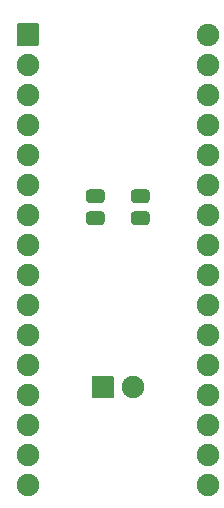
<source format=gbs>
G04 #@! TF.GenerationSoftware,KiCad,Pcbnew,5.1.7-a382d34a8~87~ubuntu18.04.1*
G04 #@! TF.CreationDate,2020-10-26T15:35:19+00:00*
G04 #@! TF.ProjectId,ram_adapter_4l,72616d5f-6164-4617-9074-65725f346c2e,rev?*
G04 #@! TF.SameCoordinates,Original*
G04 #@! TF.FileFunction,Soldermask,Bot*
G04 #@! TF.FilePolarity,Negative*
%FSLAX46Y46*%
G04 Gerber Fmt 4.6, Leading zero omitted, Abs format (unit mm)*
G04 Created by KiCad (PCBNEW 5.1.7-a382d34a8~87~ubuntu18.04.1) date 2020-10-26 15:35:19*
%MOMM*%
%LPD*%
G01*
G04 APERTURE LIST*
%ADD10O,1.900000X1.900000*%
%ADD11C,1.900000*%
G04 APERTURE END LIST*
D10*
X97790000Y-95885000D03*
G36*
G01*
X96100000Y-96835000D02*
X94400000Y-96835000D01*
G75*
G02*
X94300000Y-96735000I0J100000D01*
G01*
X94300000Y-95035000D01*
G75*
G02*
X94400000Y-94935000I100000J0D01*
G01*
X96100000Y-94935000D01*
G75*
G02*
X96200000Y-95035000I0J-100000D01*
G01*
X96200000Y-96735000D01*
G75*
G02*
X96100000Y-96835000I-100000J0D01*
G01*
G37*
X104140000Y-104140000D03*
X104140000Y-101600000D03*
X104140000Y-99060000D03*
X104140000Y-96520000D03*
X104140000Y-93980000D03*
X104140000Y-91440000D03*
X104140000Y-88900000D03*
X104140000Y-86360000D03*
X104140000Y-83820000D03*
X104140000Y-81280000D03*
X104140000Y-78740000D03*
X104140000Y-76200000D03*
X104140000Y-73660000D03*
X104140000Y-71120000D03*
X104140000Y-68580000D03*
D11*
X104140000Y-66040000D03*
D10*
X88900000Y-104140000D03*
X88900000Y-101600000D03*
X88900000Y-99060000D03*
X88900000Y-96520000D03*
X88900000Y-93980000D03*
X88900000Y-91440000D03*
X88900000Y-88900000D03*
X88900000Y-86360000D03*
X88900000Y-83820000D03*
X88900000Y-81280000D03*
X88900000Y-78740000D03*
X88900000Y-76200000D03*
X88900000Y-73660000D03*
X88900000Y-71120000D03*
X88900000Y-68580000D03*
G36*
G01*
X89850000Y-65190000D02*
X89850000Y-66890000D01*
G75*
G02*
X89750000Y-66990000I-100000J0D01*
G01*
X88050000Y-66990000D01*
G75*
G02*
X87950000Y-66890000I0J100000D01*
G01*
X87950000Y-65190000D01*
G75*
G02*
X88050000Y-65090000I100000J0D01*
G01*
X89750000Y-65090000D01*
G75*
G02*
X89850000Y-65190000I0J-100000D01*
G01*
G37*
G36*
G01*
X98931250Y-80295000D02*
X97918750Y-80295000D01*
G75*
G02*
X97625000Y-80001250I0J293750D01*
G01*
X97625000Y-79413750D01*
G75*
G02*
X97918750Y-79120000I293750J0D01*
G01*
X98931250Y-79120000D01*
G75*
G02*
X99225000Y-79413750I0J-293750D01*
G01*
X99225000Y-80001250D01*
G75*
G02*
X98931250Y-80295000I-293750J0D01*
G01*
G37*
G36*
G01*
X98931250Y-82170000D02*
X97918750Y-82170000D01*
G75*
G02*
X97625000Y-81876250I0J293750D01*
G01*
X97625000Y-81288750D01*
G75*
G02*
X97918750Y-80995000I293750J0D01*
G01*
X98931250Y-80995000D01*
G75*
G02*
X99225000Y-81288750I0J-293750D01*
G01*
X99225000Y-81876250D01*
G75*
G02*
X98931250Y-82170000I-293750J0D01*
G01*
G37*
G36*
G01*
X94108750Y-80995000D02*
X95121250Y-80995000D01*
G75*
G02*
X95415000Y-81288750I0J-293750D01*
G01*
X95415000Y-81876250D01*
G75*
G02*
X95121250Y-82170000I-293750J0D01*
G01*
X94108750Y-82170000D01*
G75*
G02*
X93815000Y-81876250I0J293750D01*
G01*
X93815000Y-81288750D01*
G75*
G02*
X94108750Y-80995000I293750J0D01*
G01*
G37*
G36*
G01*
X94108750Y-79120000D02*
X95121250Y-79120000D01*
G75*
G02*
X95415000Y-79413750I0J-293750D01*
G01*
X95415000Y-80001250D01*
G75*
G02*
X95121250Y-80295000I-293750J0D01*
G01*
X94108750Y-80295000D01*
G75*
G02*
X93815000Y-80001250I0J293750D01*
G01*
X93815000Y-79413750D01*
G75*
G02*
X94108750Y-79120000I293750J0D01*
G01*
G37*
M02*

</source>
